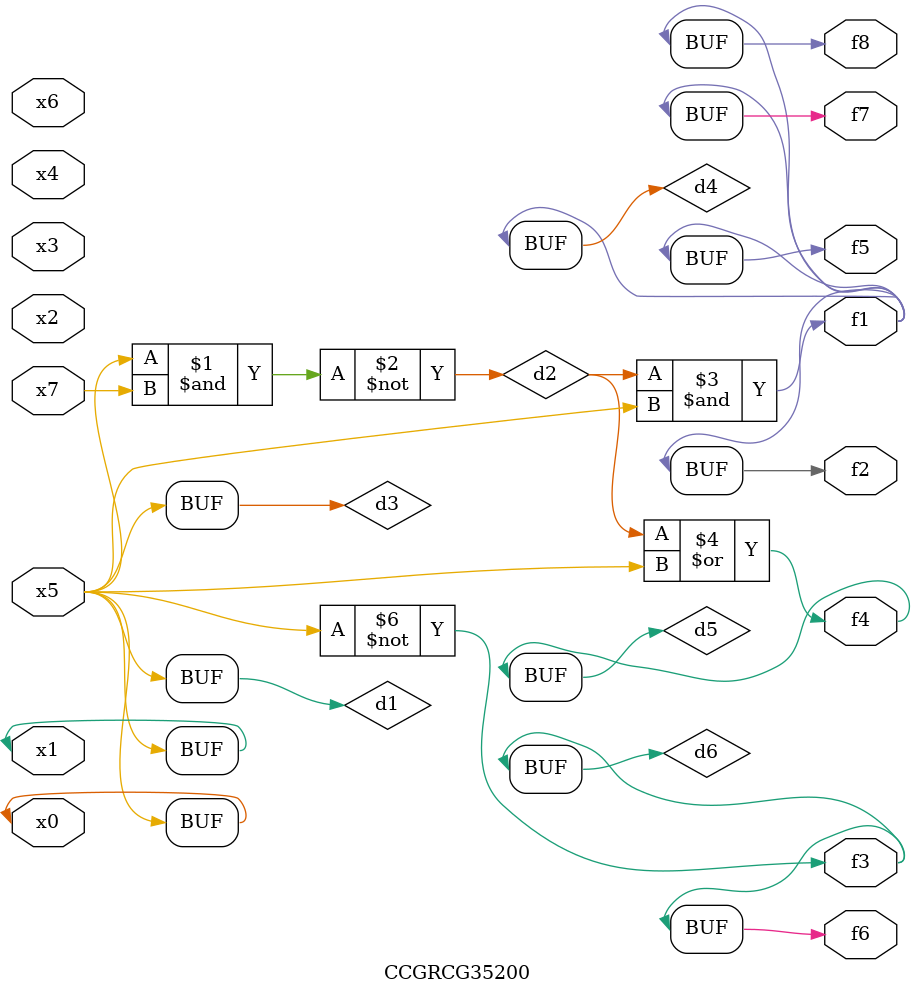
<source format=v>
module CCGRCG35200(
	input x0, x1, x2, x3, x4, x5, x6, x7,
	output f1, f2, f3, f4, f5, f6, f7, f8
);

	wire d1, d2, d3, d4, d5, d6;

	buf (d1, x0, x5);
	nand (d2, x5, x7);
	buf (d3, x0, x1);
	and (d4, d2, d3);
	or (d5, d2, d3);
	nor (d6, d1, d3);
	assign f1 = d4;
	assign f2 = d4;
	assign f3 = d6;
	assign f4 = d5;
	assign f5 = d4;
	assign f6 = d6;
	assign f7 = d4;
	assign f8 = d4;
endmodule

</source>
